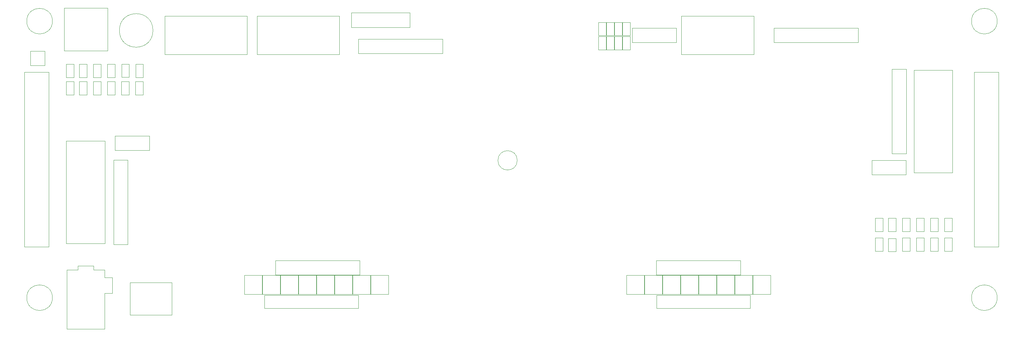
<source format=gbr>
%TF.GenerationSoftware,KiCad,Pcbnew,(5.1.10-1-10_14)*%
%TF.CreationDate,2021-08-24T01:17:35-04:00*%
%TF.ProjectId,breadboard-prototype-register,62726561-6462-46f6-9172-642d70726f74,rev?*%
%TF.SameCoordinates,Original*%
%TF.FileFunction,Other,User*%
%FSLAX46Y46*%
G04 Gerber Fmt 4.6, Leading zero omitted, Abs format (unit mm)*
G04 Created by KiCad (PCBNEW (5.1.10-1-10_14)) date 2021-08-24 01:17:35*
%MOMM*%
%LPD*%
G01*
G04 APERTURE LIST*
%ADD10C,0.050000*%
G04 APERTURE END LIST*
D10*
%TO.C,R16*%
X178882000Y-67154000D02*
X180782000Y-67154000D01*
X180782000Y-67154000D02*
X180782000Y-70514000D01*
X180782000Y-70514000D02*
X178882000Y-70514000D01*
X178882000Y-70514000D02*
X178882000Y-67154000D01*
%TO.C,R15*%
X176850000Y-67154000D02*
X178750000Y-67154000D01*
X178750000Y-67154000D02*
X178750000Y-70514000D01*
X178750000Y-70514000D02*
X176850000Y-70514000D01*
X176850000Y-70514000D02*
X176850000Y-67154000D01*
%TO.C,R8*%
X174818000Y-67154000D02*
X176718000Y-67154000D01*
X176718000Y-67154000D02*
X176718000Y-70514000D01*
X176718000Y-70514000D02*
X174818000Y-70514000D01*
X174818000Y-70514000D02*
X174818000Y-67154000D01*
%TO.C,R7*%
X172786000Y-67154000D02*
X174686000Y-67154000D01*
X174686000Y-67154000D02*
X174686000Y-70514000D01*
X174686000Y-70514000D02*
X172786000Y-70514000D01*
X172786000Y-70514000D02*
X172786000Y-67154000D01*
%TO.C,D16*%
X180782000Y-66879500D02*
X178882000Y-66879500D01*
X178882000Y-66879500D02*
X178882000Y-63519500D01*
X178882000Y-63519500D02*
X180782000Y-63519500D01*
X180782000Y-63519500D02*
X180782000Y-66879500D01*
%TO.C,D15*%
X178750000Y-66879500D02*
X176850000Y-66879500D01*
X176850000Y-66879500D02*
X176850000Y-63519500D01*
X176850000Y-63519500D02*
X178750000Y-63519500D01*
X178750000Y-63519500D02*
X178750000Y-66879500D01*
%TO.C,D14*%
X176718000Y-66879500D02*
X174818000Y-66879500D01*
X174818000Y-66879500D02*
X174818000Y-63519500D01*
X174818000Y-63519500D02*
X176718000Y-63519500D01*
X176718000Y-63519500D02*
X176718000Y-66879500D01*
%TO.C,D13*%
X174686000Y-66879500D02*
X172786000Y-66879500D01*
X172786000Y-66879500D02*
X172786000Y-63519500D01*
X172786000Y-63519500D02*
X174686000Y-63519500D01*
X174686000Y-63519500D02*
X174686000Y-66879500D01*
%TO.C,U5*%
X193776000Y-71712000D02*
X212126000Y-71712000D01*
X212126000Y-71712000D02*
X212126000Y-61912000D01*
X212126000Y-61912000D02*
X193776000Y-61912000D01*
X193776000Y-61912000D02*
X193776000Y-71712000D01*
%TO.C,J18*%
X181334000Y-68602000D02*
X192534000Y-68602000D01*
X192534000Y-68602000D02*
X192534000Y-65002000D01*
X192534000Y-65002000D02*
X181334000Y-65002000D01*
X181334000Y-65002000D02*
X181334000Y-68602000D01*
%TO.C,J13*%
X238528000Y-65002000D02*
X217178000Y-65002000D01*
X217178000Y-65002000D02*
X217178000Y-68602000D01*
X217178000Y-68602000D02*
X238528000Y-68602000D01*
X238528000Y-68602000D02*
X238528000Y-65002000D01*
%TO.C,J12*%
X28934000Y-70844000D02*
X28934000Y-74444000D01*
X32534000Y-70844000D02*
X28934000Y-70844000D01*
X32534000Y-74444000D02*
X32534000Y-70844000D01*
X28934000Y-74444000D02*
X32534000Y-74444000D01*
%TO.C,R29*%
X125002000Y-61142000D02*
X110202000Y-61142000D01*
X125002000Y-64842000D02*
X125002000Y-61142000D01*
X110202000Y-64842000D02*
X125002000Y-64842000D01*
X110202000Y-61142000D02*
X110202000Y-64842000D01*
%TO.C,J19*%
X111992000Y-67796000D02*
X111992000Y-71396000D01*
X133342000Y-67796000D02*
X111992000Y-67796000D01*
X133342000Y-71396000D02*
X133342000Y-67796000D01*
X111992000Y-71396000D02*
X133342000Y-71396000D01*
%TO.C,U4*%
X62966000Y-61912000D02*
X62966000Y-71712000D01*
X83816000Y-61912000D02*
X62966000Y-61912000D01*
X83816000Y-71712000D02*
X83816000Y-61912000D01*
X62966000Y-71712000D02*
X83816000Y-71712000D01*
%TO.C,U3*%
X86334000Y-61912000D02*
X86334000Y-71712000D01*
X107184000Y-61912000D02*
X86334000Y-61912000D01*
X107184000Y-71712000D02*
X107184000Y-61912000D01*
X86334000Y-71712000D02*
X107184000Y-71712000D01*
%TO.C,U1*%
X37972000Y-93650000D02*
X37972000Y-119600000D01*
X37972000Y-119600000D02*
X47772000Y-119600000D01*
X47772000Y-119600000D02*
X47772000Y-93650000D01*
X47772000Y-93650000D02*
X37972000Y-93650000D01*
%TO.C,U2*%
X262466000Y-101626000D02*
X262466000Y-75676000D01*
X262466000Y-75676000D02*
X252666000Y-75676000D01*
X252666000Y-75676000D02*
X252666000Y-101626000D01*
X252666000Y-101626000D02*
X262466000Y-101626000D01*
%TO.C,J4*%
X54166000Y-129502000D02*
X54166000Y-137692000D01*
X54166000Y-137692000D02*
X64716000Y-137692000D01*
X64716000Y-137692000D02*
X64716000Y-129502000D01*
X64716000Y-129502000D02*
X54166000Y-129502000D01*
%TO.C,D37*%
X179868000Y-132468000D02*
X184368000Y-132468000D01*
X184368000Y-132468000D02*
X184368000Y-127618000D01*
X184368000Y-127618000D02*
X179868000Y-127618000D01*
X179868000Y-127618000D02*
X179868000Y-132468000D01*
%TO.C,D38*%
X184440000Y-132468000D02*
X188940000Y-132468000D01*
X188940000Y-132468000D02*
X188940000Y-127618000D01*
X188940000Y-127618000D02*
X184440000Y-127618000D01*
X184440000Y-127618000D02*
X184440000Y-132468000D01*
%TO.C,D39*%
X189012000Y-132468000D02*
X193512000Y-132468000D01*
X193512000Y-132468000D02*
X193512000Y-127618000D01*
X193512000Y-127618000D02*
X189012000Y-127618000D01*
X189012000Y-127618000D02*
X189012000Y-132468000D01*
%TO.C,D40*%
X193584000Y-132468000D02*
X198084000Y-132468000D01*
X198084000Y-132468000D02*
X198084000Y-127618000D01*
X198084000Y-127618000D02*
X193584000Y-127618000D01*
X193584000Y-127618000D02*
X193584000Y-132468000D01*
%TO.C,D42*%
X202728000Y-132468000D02*
X207228000Y-132468000D01*
X207228000Y-132468000D02*
X207228000Y-127618000D01*
X207228000Y-127618000D02*
X202728000Y-127618000D01*
X202728000Y-127618000D02*
X202728000Y-132468000D01*
%TO.C,D41*%
X198156000Y-132468000D02*
X202656000Y-132468000D01*
X202656000Y-132468000D02*
X202656000Y-127618000D01*
X202656000Y-127618000D02*
X198156000Y-127618000D01*
X198156000Y-127618000D02*
X198156000Y-132468000D01*
%TO.C,REF\u002A\u002A*%
X152212000Y-98536000D02*
G75*
G03*
X152212000Y-98536000I-2450000J0D01*
G01*
%TO.C,C1*%
X59952000Y-65596000D02*
G75*
G03*
X59952000Y-65596000I-4250000J0D01*
G01*
%TO.C,RN1*%
X88216000Y-132716000D02*
X88216000Y-136016000D01*
X88216000Y-136016000D02*
X111966000Y-136016000D01*
X111966000Y-136016000D02*
X111966000Y-132716000D01*
X111966000Y-132716000D02*
X88216000Y-132716000D01*
%TO.C,D36*%
X83094000Y-132468000D02*
X87594000Y-132468000D01*
X87594000Y-132468000D02*
X87594000Y-127618000D01*
X87594000Y-127618000D02*
X83094000Y-127618000D01*
X83094000Y-127618000D02*
X83094000Y-132468000D01*
%TO.C,J15*%
X112290000Y-123930000D02*
X90940000Y-123930000D01*
X90940000Y-123930000D02*
X90940000Y-127530000D01*
X90940000Y-127530000D02*
X112290000Y-127530000D01*
X112290000Y-127530000D02*
X112290000Y-123930000D01*
%TO.C,D29*%
X115098000Y-132468000D02*
X119598000Y-132468000D01*
X119598000Y-132468000D02*
X119598000Y-127618000D01*
X119598000Y-127618000D02*
X115098000Y-127618000D01*
X115098000Y-127618000D02*
X115098000Y-132468000D01*
%TO.C,D30*%
X110526000Y-132468000D02*
X115026000Y-132468000D01*
X115026000Y-132468000D02*
X115026000Y-127618000D01*
X115026000Y-127618000D02*
X110526000Y-127618000D01*
X110526000Y-127618000D02*
X110526000Y-132468000D01*
%TO.C,D31*%
X105954000Y-132468000D02*
X110454000Y-132468000D01*
X110454000Y-132468000D02*
X110454000Y-127618000D01*
X110454000Y-127618000D02*
X105954000Y-127618000D01*
X105954000Y-127618000D02*
X105954000Y-132468000D01*
%TO.C,D32*%
X101382000Y-132468000D02*
X105882000Y-132468000D01*
X105882000Y-132468000D02*
X105882000Y-127618000D01*
X105882000Y-127618000D02*
X101382000Y-127618000D01*
X101382000Y-127618000D02*
X101382000Y-132468000D01*
%TO.C,D33*%
X96810000Y-132468000D02*
X101310000Y-132468000D01*
X101310000Y-132468000D02*
X101310000Y-127618000D01*
X101310000Y-127618000D02*
X96810000Y-127618000D01*
X96810000Y-127618000D02*
X96810000Y-132468000D01*
%TO.C,D34*%
X92238000Y-132468000D02*
X96738000Y-132468000D01*
X96738000Y-132468000D02*
X96738000Y-127618000D01*
X96738000Y-127618000D02*
X92238000Y-127618000D01*
X92238000Y-127618000D02*
X92238000Y-132468000D01*
%TO.C,D35*%
X87666000Y-132468000D02*
X92166000Y-132468000D01*
X92166000Y-132468000D02*
X92166000Y-127618000D01*
X92166000Y-127618000D02*
X87666000Y-127618000D01*
X87666000Y-127618000D02*
X87666000Y-132468000D01*
%TO.C,J3*%
X49972000Y-98480000D02*
X49972000Y-119830000D01*
X49972000Y-119830000D02*
X53572000Y-119830000D01*
X53572000Y-119830000D02*
X53572000Y-98480000D01*
X53572000Y-98480000D02*
X49972000Y-98480000D01*
%TO.C,J2*%
X59028000Y-92374000D02*
X50378000Y-92374000D01*
X50378000Y-92374000D02*
X50378000Y-95974000D01*
X50378000Y-95974000D02*
X59028000Y-95974000D01*
X59028000Y-95974000D02*
X59028000Y-92374000D01*
%TO.C,D1*%
X38022000Y-78576000D02*
X39922000Y-78576000D01*
X39922000Y-78576000D02*
X39922000Y-81936000D01*
X39922000Y-81936000D02*
X38022000Y-81936000D01*
X38022000Y-81936000D02*
X38022000Y-78576000D01*
%TO.C,D2*%
X41324000Y-78576000D02*
X43224000Y-78576000D01*
X43224000Y-78576000D02*
X43224000Y-81936000D01*
X43224000Y-81936000D02*
X41324000Y-81936000D01*
X41324000Y-81936000D02*
X41324000Y-78576000D01*
%TO.C,D3*%
X44880000Y-78576000D02*
X46780000Y-78576000D01*
X46780000Y-78576000D02*
X46780000Y-81936000D01*
X46780000Y-81936000D02*
X44880000Y-81936000D01*
X44880000Y-81936000D02*
X44880000Y-78576000D01*
%TO.C,D4*%
X48436000Y-78576000D02*
X50336000Y-78576000D01*
X50336000Y-78576000D02*
X50336000Y-81936000D01*
X50336000Y-81936000D02*
X48436000Y-81936000D01*
X48436000Y-81936000D02*
X48436000Y-78576000D01*
%TO.C,D5*%
X51992000Y-78576000D02*
X53892000Y-78576000D01*
X53892000Y-78576000D02*
X53892000Y-81936000D01*
X53892000Y-81936000D02*
X51992000Y-81936000D01*
X51992000Y-81936000D02*
X51992000Y-78576000D01*
%TO.C,D6*%
X55548000Y-78576000D02*
X57448000Y-78576000D01*
X57448000Y-78576000D02*
X57448000Y-81936000D01*
X57448000Y-81936000D02*
X55548000Y-81936000D01*
X55548000Y-81936000D02*
X55548000Y-78576000D01*
%TO.C,J1*%
X27410000Y-76178000D02*
X27410000Y-120428000D01*
X27410000Y-120428000D02*
X33560000Y-120428000D01*
X33560000Y-120428000D02*
X33560000Y-76178000D01*
X33560000Y-76178000D02*
X27410000Y-76178000D01*
%TO.C,R1*%
X39922000Y-77504000D02*
X38022000Y-77504000D01*
X38022000Y-77504000D02*
X38022000Y-74144000D01*
X38022000Y-74144000D02*
X39922000Y-74144000D01*
X39922000Y-74144000D02*
X39922000Y-77504000D01*
%TO.C,R2*%
X43216000Y-77524000D02*
X41316000Y-77524000D01*
X41316000Y-77524000D02*
X41316000Y-74164000D01*
X41316000Y-74164000D02*
X43216000Y-74164000D01*
X43216000Y-74164000D02*
X43216000Y-77524000D01*
%TO.C,R3*%
X46780000Y-77514500D02*
X44880000Y-77514500D01*
X44880000Y-77514500D02*
X44880000Y-74154500D01*
X44880000Y-74154500D02*
X46780000Y-74154500D01*
X46780000Y-74154500D02*
X46780000Y-77514500D01*
%TO.C,R4*%
X50336000Y-77494000D02*
X48436000Y-77494000D01*
X48436000Y-77494000D02*
X48436000Y-74134000D01*
X48436000Y-74134000D02*
X50336000Y-74134000D01*
X50336000Y-74134000D02*
X50336000Y-77494000D01*
%TO.C,R5*%
X53896000Y-77484000D02*
X51996000Y-77484000D01*
X51996000Y-77484000D02*
X51996000Y-74124000D01*
X51996000Y-74124000D02*
X53896000Y-74124000D01*
X53896000Y-74124000D02*
X53896000Y-77484000D01*
%TO.C,R6*%
X57456000Y-77511500D02*
X55556000Y-77511500D01*
X55556000Y-77511500D02*
X55556000Y-74151500D01*
X55556000Y-74151500D02*
X57456000Y-74151500D01*
X57456000Y-74151500D02*
X57456000Y-77511500D01*
%TO.C,REF\u002A\u002A*%
X34492000Y-63246000D02*
G75*
G03*
X34492000Y-63246000I-3250000J0D01*
G01*
X34492000Y-133350000D02*
G75*
G03*
X34492000Y-133350000I-3250000J0D01*
G01*
%TO.C,J5*%
X48466000Y-70734000D02*
X48466000Y-59924000D01*
X48466000Y-59924000D02*
X37466000Y-59924000D01*
X37466000Y-59924000D02*
X37466000Y-70734000D01*
X37466000Y-70734000D02*
X48466000Y-70734000D01*
%TO.C,D7*%
X244790000Y-116566500D02*
X242890000Y-116566500D01*
X242890000Y-116566500D02*
X242890000Y-113206500D01*
X242890000Y-113206500D02*
X244790000Y-113206500D01*
X244790000Y-113206500D02*
X244790000Y-116566500D01*
%TO.C,D8*%
X248092000Y-116566500D02*
X246192000Y-116566500D01*
X246192000Y-116566500D02*
X246192000Y-113206500D01*
X246192000Y-113206500D02*
X248092000Y-113206500D01*
X248092000Y-113206500D02*
X248092000Y-116566500D01*
%TO.C,D9*%
X251648000Y-116566500D02*
X249748000Y-116566500D01*
X249748000Y-116566500D02*
X249748000Y-113206500D01*
X249748000Y-113206500D02*
X251648000Y-113206500D01*
X251648000Y-113206500D02*
X251648000Y-116566500D01*
%TO.C,D10*%
X255204000Y-116566500D02*
X253304000Y-116566500D01*
X253304000Y-116566500D02*
X253304000Y-113206500D01*
X253304000Y-113206500D02*
X255204000Y-113206500D01*
X255204000Y-113206500D02*
X255204000Y-116566500D01*
%TO.C,D11*%
X258760000Y-116566500D02*
X256860000Y-116566500D01*
X256860000Y-116566500D02*
X256860000Y-113206500D01*
X256860000Y-113206500D02*
X258760000Y-113206500D01*
X258760000Y-113206500D02*
X258760000Y-116566500D01*
%TO.C,D12*%
X262316000Y-116566500D02*
X260416000Y-116566500D01*
X260416000Y-116566500D02*
X260416000Y-113206500D01*
X260416000Y-113206500D02*
X262316000Y-113206500D01*
X262316000Y-113206500D02*
X262316000Y-116566500D01*
%TO.C,J6*%
X274088000Y-120418000D02*
X274088000Y-76168000D01*
X274088000Y-76168000D02*
X267938000Y-76168000D01*
X267938000Y-76168000D02*
X267938000Y-120418000D01*
X267938000Y-120418000D02*
X274088000Y-120418000D01*
%TO.C,J7*%
X242040000Y-102130000D02*
X250690000Y-102130000D01*
X250690000Y-102130000D02*
X250690000Y-98530000D01*
X250690000Y-98530000D02*
X242040000Y-98530000D01*
X242040000Y-98530000D02*
X242040000Y-102130000D01*
%TO.C,J8*%
X250720000Y-96796000D02*
X250720000Y-75446000D01*
X250720000Y-75446000D02*
X247120000Y-75446000D01*
X247120000Y-75446000D02*
X247120000Y-96796000D01*
X247120000Y-96796000D02*
X250720000Y-96796000D01*
%TO.C,R9*%
X242890000Y-118208000D02*
X244790000Y-118208000D01*
X244790000Y-118208000D02*
X244790000Y-121568000D01*
X244790000Y-121568000D02*
X242890000Y-121568000D01*
X242890000Y-121568000D02*
X242890000Y-118208000D01*
%TO.C,R10*%
X246192000Y-118311500D02*
X248092000Y-118311500D01*
X248092000Y-118311500D02*
X248092000Y-121671500D01*
X248092000Y-121671500D02*
X246192000Y-121671500D01*
X246192000Y-121671500D02*
X246192000Y-118311500D01*
%TO.C,R11*%
X249748000Y-118208000D02*
X251648000Y-118208000D01*
X251648000Y-118208000D02*
X251648000Y-121568000D01*
X251648000Y-121568000D02*
X249748000Y-121568000D01*
X249748000Y-121568000D02*
X249748000Y-118208000D01*
%TO.C,R12*%
X253304000Y-118208000D02*
X255204000Y-118208000D01*
X255204000Y-118208000D02*
X255204000Y-121568000D01*
X255204000Y-121568000D02*
X253304000Y-121568000D01*
X253304000Y-121568000D02*
X253304000Y-118208000D01*
%TO.C,R13*%
X256860000Y-118208000D02*
X258760000Y-118208000D01*
X258760000Y-118208000D02*
X258760000Y-121568000D01*
X258760000Y-121568000D02*
X256860000Y-121568000D01*
X256860000Y-121568000D02*
X256860000Y-118208000D01*
%TO.C,R14*%
X260416000Y-118208000D02*
X262316000Y-118208000D01*
X262316000Y-118208000D02*
X262316000Y-121568000D01*
X262316000Y-121568000D02*
X260416000Y-121568000D01*
X260416000Y-121568000D02*
X260416000Y-118208000D01*
%TO.C,REF\u002A\u002A*%
X273760000Y-63246000D02*
G75*
G03*
X273760000Y-63246000I-3250000J0D01*
G01*
X273760000Y-133350000D02*
G75*
G03*
X273760000Y-133350000I-3250000J0D01*
G01*
%TO.C,J17*%
X38426000Y-126254000D02*
X38176000Y-126254000D01*
X38176000Y-126254000D02*
X38176000Y-141254000D01*
X38426000Y-126254000D02*
X40926000Y-126254000D01*
X40926000Y-126254000D02*
X40926000Y-125254000D01*
X40926000Y-125254000D02*
X44926000Y-125254000D01*
X44926000Y-125254000D02*
X44926000Y-126254000D01*
X44926000Y-126254000D02*
X47676000Y-126254000D01*
X47676000Y-126254000D02*
X47676000Y-128254000D01*
X47676000Y-128254000D02*
X49676000Y-128254000D01*
X49676000Y-128254000D02*
X49676000Y-132254000D01*
X49676000Y-132254000D02*
X47676000Y-132254000D01*
X47676000Y-132254000D02*
X47676000Y-141254000D01*
X47676000Y-141254000D02*
X38176000Y-141254000D01*
%TO.C,RN2*%
X211250000Y-136016000D02*
X211250000Y-132716000D01*
X211250000Y-132716000D02*
X187500000Y-132716000D01*
X187500000Y-132716000D02*
X187500000Y-136016000D01*
X187500000Y-136016000D02*
X211250000Y-136016000D01*
%TO.C,D43*%
X207300000Y-132468000D02*
X211800000Y-132468000D01*
X211800000Y-132468000D02*
X211800000Y-127618000D01*
X211800000Y-127618000D02*
X207300000Y-127618000D01*
X207300000Y-127618000D02*
X207300000Y-132468000D01*
%TO.C,D44*%
X211872000Y-132468000D02*
X216372000Y-132468000D01*
X216372000Y-132468000D02*
X216372000Y-127618000D01*
X216372000Y-127618000D02*
X211872000Y-127618000D01*
X211872000Y-127618000D02*
X211872000Y-132468000D01*
%TO.C,J16*%
X187430000Y-127530000D02*
X208780000Y-127530000D01*
X208780000Y-127530000D02*
X208780000Y-123930000D01*
X208780000Y-123930000D02*
X187430000Y-123930000D01*
X187430000Y-123930000D02*
X187430000Y-127530000D01*
%TD*%
M02*

</source>
